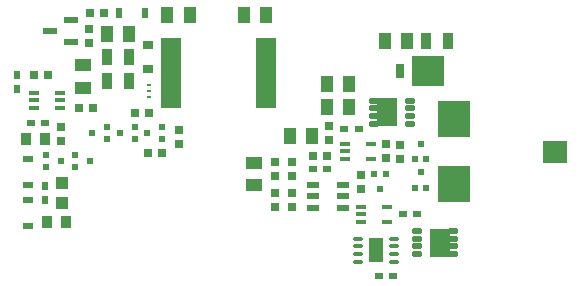
<source format=gtp>
G04 Layer_Color=8421504*
%FSLAX43Y43*%
%MOMM*%
G71*
G01*
G75*
%ADD10R,0.500X0.600*%
%ADD11R,1.200X0.600*%
%ADD12R,1.100X0.600*%
%ADD13R,0.830X0.630*%
%ADD14R,0.900X0.800*%
%ADD15R,0.850X0.350*%
%ADD16R,0.950X1.400*%
%ADD17R,1.100X1.000*%
%ADD18R,0.700X0.800*%
G04:AMPARAMS|DCode=19|XSize=0.39mm|YSize=0.15mm|CornerRadius=0.037mm|HoleSize=0mm|Usage=FLASHONLY|Rotation=0.000|XOffset=0mm|YOffset=0mm|HoleType=Round|Shape=RoundedRectangle|*
%AMROUNDEDRECTD19*
21,1,0.390,0.075,0,0,0.0*
21,1,0.315,0.150,0,0,0.0*
1,1,0.075,0.158,-0.037*
1,1,0.075,-0.158,-0.037*
1,1,0.075,-0.158,0.037*
1,1,0.075,0.158,0.037*
%
%ADD19ROUNDEDRECTD19*%
G04:AMPARAMS|DCode=20|XSize=0.45mm|YSize=0.9mm|CornerRadius=0.113mm|HoleSize=0mm|Usage=FLASHONLY|Rotation=90.000|XOffset=0mm|YOffset=0mm|HoleType=Round|Shape=RoundedRectangle|*
%AMROUNDEDRECTD20*
21,1,0.450,0.675,0,0,90.0*
21,1,0.225,0.900,0,0,90.0*
1,1,0.225,0.338,0.113*
1,1,0.225,0.338,-0.113*
1,1,0.225,-0.338,-0.113*
1,1,0.225,-0.338,0.113*
%
%ADD20ROUNDEDRECTD20*%
%ADD21R,1.700X2.400*%
%ADD22R,1.800X5.900*%
%ADD23R,2.670X2.540*%
%ADD24R,0.762X1.270*%
G04:AMPARAMS|DCode=25|XSize=0.35mm|YSize=0.8mm|CornerRadius=0.087mm|HoleSize=0mm|Usage=FLASHONLY|Rotation=90.000|XOffset=0mm|YOffset=0mm|HoleType=Round|Shape=RoundedRectangle|*
%AMROUNDEDRECTD25*
21,1,0.350,0.625,0,0,90.0*
21,1,0.175,0.800,0,0,90.0*
1,1,0.175,0.313,0.087*
1,1,0.175,0.313,-0.087*
1,1,0.175,-0.313,-0.087*
1,1,0.175,-0.313,0.087*
%
%ADD25ROUNDEDRECTD25*%
%ADD26R,1.200X2.150*%
%ADD27R,1.050X1.400*%
%ADD28R,0.900X1.000*%
%ADD29R,0.600X0.800*%
%ADD30R,2.000X1.900*%
%ADD31R,2.800X3.100*%
%ADD32R,0.600X0.500*%
%ADD33R,0.800X0.700*%
%ADD34R,0.630X0.830*%
%ADD35R,0.800X0.600*%
%ADD36R,1.400X1.050*%
D10*
X85098Y83835D02*
D03*
X86098D02*
D03*
X85598Y82535D02*
D03*
X89500Y82650D02*
D03*
X88500D02*
D03*
X89000Y83950D02*
D03*
X89500Y85050D02*
D03*
X88500D02*
D03*
X89000Y86350D02*
D03*
D11*
X59400Y94950D02*
D03*
Y96850D02*
D03*
X57600Y95900D02*
D03*
D12*
X82403Y82865D02*
D03*
Y81915D02*
D03*
Y80965D02*
D03*
X79903D02*
D03*
Y81915D02*
D03*
Y82865D02*
D03*
D13*
X55800Y85115D02*
D03*
Y82885D02*
D03*
Y81600D02*
D03*
Y79370D02*
D03*
D14*
X65913Y92717D02*
D03*
Y94742D02*
D03*
D15*
X58504Y90693D02*
D03*
Y90043D02*
D03*
Y89393D02*
D03*
X56304D02*
D03*
Y90043D02*
D03*
Y90693D02*
D03*
X82593Y86375D02*
D03*
Y85725D02*
D03*
Y85075D02*
D03*
X84793D02*
D03*
Y86375D02*
D03*
X83990Y81041D02*
D03*
Y80391D02*
D03*
Y79741D02*
D03*
X86190D02*
D03*
Y81041D02*
D03*
D16*
X91292Y95096D02*
D03*
X89442D02*
D03*
X64325Y91700D02*
D03*
X62475D02*
D03*
X64325Y93700D02*
D03*
X62475D02*
D03*
D17*
X58600Y83050D02*
D03*
Y81350D02*
D03*
D18*
X58547Y86614D02*
D03*
Y87814D02*
D03*
X78105Y82169D02*
D03*
Y80969D02*
D03*
X76708Y82169D02*
D03*
Y80969D02*
D03*
X83947Y83693D02*
D03*
Y82493D02*
D03*
X68580Y86360D02*
D03*
Y87560D02*
D03*
X78105Y84801D02*
D03*
Y83601D02*
D03*
X76708Y84801D02*
D03*
Y83601D02*
D03*
X86106Y85125D02*
D03*
Y86325D02*
D03*
X81280Y87849D02*
D03*
Y86649D02*
D03*
X60960Y94904D02*
D03*
Y96104D02*
D03*
X87300Y86300D02*
D03*
Y85100D02*
D03*
D19*
X66000Y91300D02*
D03*
Y90300D02*
D03*
Y90800D02*
D03*
D20*
X88675Y78975D02*
D03*
Y78325D02*
D03*
Y77675D02*
D03*
Y77025D02*
D03*
X91725D02*
D03*
Y77675D02*
D03*
Y78325D02*
D03*
Y78975D02*
D03*
X88139Y88052D02*
D03*
Y88702D02*
D03*
Y89352D02*
D03*
Y90002D02*
D03*
X85089D02*
D03*
Y89352D02*
D03*
Y88702D02*
D03*
Y88052D02*
D03*
D21*
X90650Y78000D02*
D03*
X86164Y89027D02*
D03*
D22*
X75882Y92329D02*
D03*
X67882D02*
D03*
D23*
X89605Y92556D02*
D03*
D24*
X87254D02*
D03*
D25*
X83717Y78318D02*
D03*
Y77668D02*
D03*
Y77018D02*
D03*
Y76368D02*
D03*
X86717D02*
D03*
Y77018D02*
D03*
Y77668D02*
D03*
Y78318D02*
D03*
D26*
X85217Y77343D02*
D03*
D27*
X82950Y89500D02*
D03*
X81050D02*
D03*
X85988Y95096D02*
D03*
X87888D02*
D03*
X69450Y97300D02*
D03*
X67550D02*
D03*
X64350Y95700D02*
D03*
X62450D02*
D03*
X74050Y97300D02*
D03*
X75950D02*
D03*
X77917Y86995D02*
D03*
X79817D02*
D03*
X82950Y91400D02*
D03*
X81050D02*
D03*
D28*
X57188Y86741D02*
D03*
X55588D02*
D03*
X57400Y79700D02*
D03*
X59000D02*
D03*
D29*
X57200Y82800D02*
D03*
Y81600D02*
D03*
X54864Y92202D02*
D03*
Y91002D02*
D03*
D30*
X100400Y85700D02*
D03*
D31*
X91800Y88450D02*
D03*
Y82950D02*
D03*
D32*
X64850Y87800D02*
D03*
Y86800D02*
D03*
X63550Y87300D02*
D03*
X62450Y87800D02*
D03*
Y86800D02*
D03*
X61150Y87300D02*
D03*
X57250Y84400D02*
D03*
Y85400D02*
D03*
X58550Y84900D02*
D03*
X59750Y84400D02*
D03*
Y85400D02*
D03*
X61050Y84900D02*
D03*
X67150Y87800D02*
D03*
Y86800D02*
D03*
X65850Y87300D02*
D03*
D33*
X67148Y85598D02*
D03*
X65948D02*
D03*
X66000Y89000D02*
D03*
X64800D02*
D03*
X61306Y89408D02*
D03*
X60106D02*
D03*
X81083Y85344D02*
D03*
X79883D02*
D03*
X57496Y92202D02*
D03*
X56296D02*
D03*
X62195Y97409D02*
D03*
X60995D02*
D03*
D34*
X63429D02*
D03*
X65659D02*
D03*
D35*
X57242Y88138D02*
D03*
X56042D02*
D03*
X87538Y80391D02*
D03*
X88738D02*
D03*
X83750Y87630D02*
D03*
X82550D02*
D03*
X86700Y75200D02*
D03*
X85500D02*
D03*
X81118Y84201D02*
D03*
X79918D02*
D03*
D36*
X60452Y91125D02*
D03*
Y93025D02*
D03*
X74930Y82870D02*
D03*
Y84770D02*
D03*
M02*

</source>
